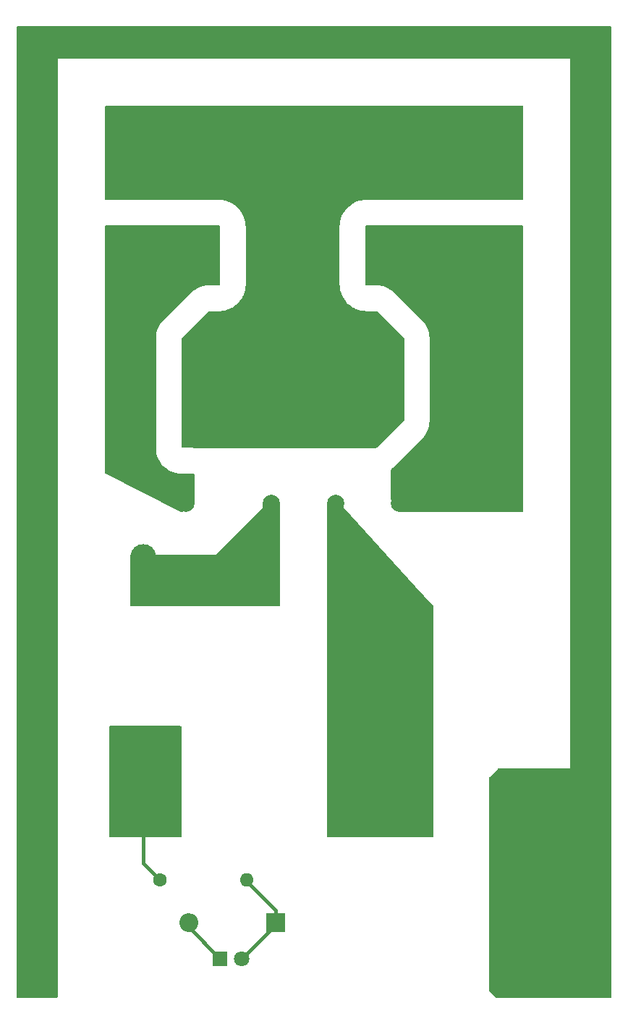
<source format=gtl>
G04 #@! TF.GenerationSoftware,KiCad,Pcbnew,6.0.11+dfsg-1*
G04 #@! TF.CreationDate,2023-07-14T21:47:45+01:00*
G04 #@! TF.ProjectId,bridge-rectifier,62726964-6765-42d7-9265-637469666965,rev?*
G04 #@! TF.SameCoordinates,Original*
G04 #@! TF.FileFunction,Copper,L1,Top*
G04 #@! TF.FilePolarity,Positive*
%FSLAX46Y46*%
G04 Gerber Fmt 4.6, Leading zero omitted, Abs format (unit mm)*
G04 Created by KiCad (PCBNEW 6.0.11+dfsg-1) date 2023-07-14 21:47:45*
%MOMM*%
%LPD*%
G01*
G04 APERTURE LIST*
G04 Aperture macros list*
%AMRoundRect*
0 Rectangle with rounded corners*
0 $1 Rounding radius*
0 $2 $3 $4 $5 $6 $7 $8 $9 X,Y pos of 4 corners*
0 Add a 4 corners polygon primitive as box body*
4,1,4,$2,$3,$4,$5,$6,$7,$8,$9,$2,$3,0*
0 Add four circle primitives for the rounded corners*
1,1,$1+$1,$2,$3*
1,1,$1+$1,$4,$5*
1,1,$1+$1,$6,$7*
1,1,$1+$1,$8,$9*
0 Add four rect primitives between the rounded corners*
20,1,$1+$1,$2,$3,$4,$5,0*
20,1,$1+$1,$4,$5,$6,$7,0*
20,1,$1+$1,$6,$7,$8,$9,0*
20,1,$1+$1,$8,$9,$2,$3,0*%
%AMOutline5P*
0 Free polygon, 5 corners , with rotation*
0 The origin of the aperture is its center*
0 number of corners: always 5*
0 $1 to $10 corner X, Y*
0 $11 Rotation angle, in degrees counterclockwise*
0 create outline with 5 corners*
4,1,5,$1,$2,$3,$4,$5,$6,$7,$8,$9,$10,$1,$2,$11*%
%AMOutline6P*
0 Free polygon, 6 corners , with rotation*
0 The origin of the aperture is its center*
0 number of corners: always 6*
0 $1 to $12 corner X, Y*
0 $13 Rotation angle, in degrees counterclockwise*
0 create outline with 6 corners*
4,1,6,$1,$2,$3,$4,$5,$6,$7,$8,$9,$10,$11,$12,$1,$2,$13*%
%AMOutline7P*
0 Free polygon, 7 corners , with rotation*
0 The origin of the aperture is its center*
0 number of corners: always 7*
0 $1 to $14 corner X, Y*
0 $15 Rotation angle, in degrees counterclockwise*
0 create outline with 7 corners*
4,1,7,$1,$2,$3,$4,$5,$6,$7,$8,$9,$10,$11,$12,$13,$14,$1,$2,$15*%
%AMOutline8P*
0 Free polygon, 8 corners , with rotation*
0 The origin of the aperture is its center*
0 number of corners: always 8*
0 $1 to $16 corner X, Y*
0 $17 Rotation angle, in degrees counterclockwise*
0 create outline with 8 corners*
4,1,8,$1,$2,$3,$4,$5,$6,$7,$8,$9,$10,$11,$12,$13,$14,$15,$16,$1,$2,$17*%
G04 Aperture macros list end*
G04 #@! TA.AperFunction,ComponentPad*
%ADD10RoundRect,0.250001X-1.099999X-1.099999X1.099999X-1.099999X1.099999X1.099999X-1.099999X1.099999X0*%
G04 #@! TD*
G04 #@! TA.AperFunction,ComponentPad*
%ADD11C,2.700000*%
G04 #@! TD*
G04 #@! TA.AperFunction,ComponentPad*
%ADD12R,1.800000X1.800000*%
G04 #@! TD*
G04 #@! TA.AperFunction,ComponentPad*
%ADD13C,1.800000*%
G04 #@! TD*
G04 #@! TA.AperFunction,ComponentPad*
%ADD14C,2.000000*%
G04 #@! TD*
G04 #@! TA.AperFunction,SMDPad,CuDef*
%ADD15Outline7P,-13.000000X4.800000X-9.800000X8.000000X9.800000X8.000000X13.000000X4.800000X13.000000X-4.800000X9.800000X-8.000000X-13.000000X-8.000000X0.000000*%
G04 #@! TD*
G04 #@! TA.AperFunction,ComponentPad*
%ADD16C,1.600000*%
G04 #@! TD*
G04 #@! TA.AperFunction,ComponentPad*
%ADD17O,1.600000X1.600000*%
G04 #@! TD*
G04 #@! TA.AperFunction,ComponentPad*
%ADD18C,3.000000*%
G04 #@! TD*
G04 #@! TA.AperFunction,ComponentPad*
%ADD19R,2.200000X2.200000*%
G04 #@! TD*
G04 #@! TA.AperFunction,ComponentPad*
%ADD20O,2.200000X2.200000*%
G04 #@! TD*
G04 #@! TA.AperFunction,ViaPad*
%ADD21C,0.800000*%
G04 #@! TD*
G04 #@! TA.AperFunction,Conductor*
%ADD22C,0.400000*%
G04 #@! TD*
G04 APERTURE END LIST*
D10*
X189342500Y-106000000D03*
D11*
X193302500Y-106000000D03*
D10*
X172742500Y-105950000D03*
D11*
X176702500Y-105950000D03*
D10*
X185142500Y-39250000D03*
D11*
X189102500Y-39250000D03*
D10*
X144942500Y-39250000D03*
D11*
X148902500Y-39250000D03*
D10*
X145242500Y-105950000D03*
D11*
X149202500Y-105950000D03*
D12*
X156000000Y-123200000D03*
D13*
X158540000Y-123200000D03*
D14*
X152000000Y-70000000D03*
X162000000Y-70000000D03*
X169500000Y-70000000D03*
X177000000Y-70000000D03*
D15*
X164500000Y-55500000D03*
D16*
X148920000Y-114000000D03*
D17*
X159080000Y-114000000D03*
D18*
X147000000Y-98750000D03*
X147000000Y-76250000D03*
D19*
X162480000Y-119000000D03*
D20*
X152320000Y-119000000D03*
D21*
X162000000Y-79000000D03*
X162000000Y-74000000D03*
X147000000Y-79000000D03*
X152000000Y-79000000D03*
X157000000Y-79000000D03*
X194500000Y-16000000D03*
X134500000Y-21000000D03*
X169500000Y-16000000D03*
X134500000Y-61000000D03*
X159500000Y-16000000D03*
X199500000Y-66000000D03*
X199500000Y-111000000D03*
X199500000Y-31000000D03*
X199500000Y-96000000D03*
X134500000Y-101000000D03*
X199500000Y-16000000D03*
X192000000Y-111000000D03*
X179500000Y-16000000D03*
X134500000Y-76000000D03*
X192000000Y-116000000D03*
X199500000Y-116000000D03*
X134500000Y-36000000D03*
X199500000Y-51000000D03*
X134500000Y-26000000D03*
X192000000Y-121000000D03*
X154500000Y-16000000D03*
X199500000Y-71000000D03*
X199500000Y-36000000D03*
X139500000Y-16000000D03*
X199500000Y-106000000D03*
X134500000Y-66000000D03*
X189500000Y-16000000D03*
X134500000Y-126000000D03*
X134500000Y-91000000D03*
X134500000Y-16000000D03*
X199500000Y-121000000D03*
X134500000Y-31000000D03*
X199500000Y-46000000D03*
X164500000Y-16000000D03*
X134500000Y-116000000D03*
X134500000Y-96000000D03*
X199500000Y-61000000D03*
X134500000Y-81000000D03*
X199500000Y-26000000D03*
X199500000Y-21000000D03*
X149500000Y-16000000D03*
X192000000Y-126000000D03*
X174500000Y-16000000D03*
X199500000Y-56000000D03*
X134500000Y-46000000D03*
X199500000Y-86000000D03*
X134500000Y-121000000D03*
X199500000Y-126000000D03*
X199500000Y-41000000D03*
X199500000Y-101000000D03*
X134500000Y-106000000D03*
X184500000Y-16000000D03*
X134500000Y-111000000D03*
X134500000Y-86000000D03*
X134500000Y-51000000D03*
X134500000Y-71000000D03*
X199500000Y-76000000D03*
X144500000Y-16000000D03*
X199500000Y-91000000D03*
X134500000Y-56000000D03*
X199500000Y-81000000D03*
X134500000Y-41000000D03*
X145500000Y-66000000D03*
X145500000Y-46000000D03*
X152000000Y-41000000D03*
X145500000Y-61000000D03*
X145500000Y-51000000D03*
X145500000Y-56000000D03*
X178000000Y-89000000D03*
X171000000Y-79000000D03*
X178000000Y-94000000D03*
X171000000Y-99000000D03*
X171000000Y-104000000D03*
X171000000Y-74000000D03*
X171000000Y-84000000D03*
X178000000Y-84000000D03*
X171000000Y-94000000D03*
X171000000Y-89000000D03*
X178000000Y-99000000D03*
X183500000Y-61000000D03*
X183500000Y-66000000D03*
X188500000Y-51000000D03*
X188500000Y-41000000D03*
X188500000Y-66000000D03*
X188500000Y-61000000D03*
X188500000Y-56000000D03*
X183500000Y-46000000D03*
X188500000Y-46000000D03*
X183500000Y-56000000D03*
X183500000Y-51000000D03*
X177300000Y-41000000D03*
X144800000Y-97000000D03*
X149300000Y-108000000D03*
X144800000Y-102500000D03*
X149300000Y-102500000D03*
X144800000Y-108000000D03*
X149300000Y-97000000D03*
X163000000Y-41000000D03*
X190000000Y-26500000D03*
X161000000Y-61500000D03*
X170000000Y-58000000D03*
X168000000Y-26500000D03*
X166000000Y-26500000D03*
X157000000Y-30500000D03*
X190000000Y-30500000D03*
X159000000Y-61500000D03*
X145000000Y-26500000D03*
X161000000Y-41000000D03*
X161000000Y-46500000D03*
X174000000Y-26500000D03*
X151000000Y-30500000D03*
X163000000Y-61500000D03*
X168000000Y-30500000D03*
X170000000Y-54000000D03*
X166000000Y-58000000D03*
X157000000Y-26500000D03*
X159000000Y-26500000D03*
X184000000Y-30500000D03*
X178000000Y-30500000D03*
X172000000Y-26500000D03*
X168000000Y-54000000D03*
X166000000Y-61500000D03*
X147000000Y-26500000D03*
X178000000Y-26500000D03*
X166000000Y-41000000D03*
X188000000Y-30500000D03*
X161000000Y-58000000D03*
X153000000Y-30500000D03*
X161000000Y-36000000D03*
X182000000Y-26500000D03*
X176000000Y-26500000D03*
X161000000Y-26500000D03*
X168000000Y-50000000D03*
X166000000Y-50000000D03*
X147000000Y-30500000D03*
X163000000Y-46500000D03*
X151000000Y-26500000D03*
X161000000Y-54000000D03*
X166000000Y-46500000D03*
X186000000Y-30500000D03*
X184000000Y-26500000D03*
X180000000Y-30500000D03*
X159000000Y-30500000D03*
X163000000Y-30500000D03*
X163000000Y-36000000D03*
X166000000Y-36000000D03*
X163000000Y-26500000D03*
X159000000Y-58000000D03*
X170000000Y-50000000D03*
X188000000Y-26500000D03*
X159000000Y-50000000D03*
X168000000Y-58000000D03*
X180000000Y-26500000D03*
X149000000Y-30500000D03*
X168000000Y-41000000D03*
X161000000Y-50000000D03*
X163000000Y-58000000D03*
X176000000Y-30500000D03*
X168000000Y-46500000D03*
X170000000Y-26500000D03*
X145000000Y-30500000D03*
X168000000Y-36000000D03*
X163000000Y-50000000D03*
X182000000Y-30500000D03*
X166000000Y-30500000D03*
X149000000Y-26500000D03*
X174000000Y-30500000D03*
X155000000Y-30500000D03*
X161000000Y-30500000D03*
X168000000Y-61500000D03*
X155000000Y-26500000D03*
X153000000Y-26500000D03*
X159000000Y-54000000D03*
X170000000Y-30500000D03*
X170000000Y-61500000D03*
X172000000Y-30500000D03*
X186000000Y-26500000D03*
D22*
X162480000Y-119260000D02*
X162480000Y-119000000D01*
X162480000Y-119000000D02*
X162480000Y-117560000D01*
X162480000Y-117560000D02*
X159000000Y-114080000D01*
X158540000Y-123200000D02*
X162480000Y-119260000D01*
X155955000Y-123080000D02*
X156000000Y-123125000D01*
X152320000Y-119520000D02*
X152320000Y-119000000D01*
X156000000Y-123200000D02*
X152320000Y-119520000D01*
X147000000Y-108400000D02*
X147100000Y-108300000D01*
X147000000Y-112080000D02*
X147000000Y-108400000D01*
X148920000Y-114000000D02*
X147000000Y-112080000D01*
G04 #@! TA.AperFunction,Conductor*
G36*
X197000000Y-127799500D02*
G01*
X188351690Y-127799500D01*
X188283569Y-127779498D01*
X188262595Y-127762595D01*
X187536905Y-127036905D01*
X187502879Y-126974593D01*
X187500000Y-126947810D01*
X187500000Y-102052190D01*
X187520002Y-101984069D01*
X187536905Y-101963095D01*
X188463095Y-101036905D01*
X188525407Y-101002879D01*
X188552190Y-101000000D01*
X197000000Y-101000000D01*
X197000000Y-127799500D01*
G37*
G04 #@! TD.AperFunction*
G04 #@! TA.AperFunction,Conductor*
G36*
X137000000Y-127673500D02*
G01*
X136979998Y-127741621D01*
X136926342Y-127788114D01*
X136874000Y-127799500D01*
X132326500Y-127799500D01*
X132258379Y-127779498D01*
X132211886Y-127725842D01*
X132200500Y-127673500D01*
X132200500Y-14326500D01*
X132220502Y-14258379D01*
X132274158Y-14211886D01*
X132326500Y-14200500D01*
X137000000Y-14200500D01*
X137000000Y-127673500D01*
G37*
G04 #@! TD.AperFunction*
G04 #@! TA.AperFunction,Conductor*
G36*
X201741621Y-14220502D02*
G01*
X201788114Y-14274158D01*
X201799500Y-14326500D01*
X201799500Y-127673500D01*
X201779498Y-127741621D01*
X201725842Y-127788114D01*
X201673500Y-127799500D01*
X197000000Y-127799500D01*
X197000000Y-14200500D01*
X201673500Y-14200500D01*
X201741621Y-14220502D01*
G37*
G04 #@! TD.AperFunction*
G04 #@! TA.AperFunction,Conductor*
G36*
X197000000Y-18000000D02*
G01*
X137000000Y-18000000D01*
X137000000Y-14200500D01*
X197000000Y-14200500D01*
X197000000Y-18000000D01*
G37*
G04 #@! TD.AperFunction*
G04 #@! TA.AperFunction,Conductor*
G36*
X162942121Y-70020002D02*
G01*
X162988614Y-70073658D01*
X163000000Y-70126000D01*
X163000000Y-81874000D01*
X162979998Y-81942121D01*
X162926342Y-81988614D01*
X162874000Y-82000000D01*
X145626000Y-82000000D01*
X145557879Y-81979998D01*
X145511386Y-81926342D01*
X145500000Y-81874000D01*
X145500000Y-76067433D01*
X145520002Y-75999312D01*
X145556108Y-75962595D01*
X146930108Y-75046595D01*
X146997883Y-75025451D01*
X147069892Y-75046595D01*
X148484477Y-75989652D01*
X148484479Y-75989653D01*
X148500000Y-76000000D01*
X155500000Y-76000000D01*
X161000000Y-70500000D01*
X161000000Y-70126000D01*
X161020002Y-70057879D01*
X161073658Y-70011386D01*
X161126000Y-70000000D01*
X162874000Y-70000000D01*
X162942121Y-70020002D01*
G37*
G04 #@! TD.AperFunction*
G04 #@! TA.AperFunction,Conductor*
G36*
X155942121Y-37520002D02*
G01*
X155988614Y-37573658D01*
X156000000Y-37626000D01*
X156000000Y-44373499D01*
X155979998Y-44441620D01*
X155926342Y-44488113D01*
X155874000Y-44499499D01*
X154601315Y-44499499D01*
X154599620Y-44499591D01*
X154599607Y-44499591D01*
X154384083Y-44511244D01*
X154384075Y-44511245D01*
X154380614Y-44511432D01*
X154377193Y-44511998D01*
X154377187Y-44511999D01*
X154042807Y-44567355D01*
X154042801Y-44567356D01*
X154039233Y-44567947D01*
X154035758Y-44568943D01*
X154035751Y-44568945D01*
X153718639Y-44659876D01*
X153706611Y-44663325D01*
X153387155Y-44796302D01*
X153270061Y-44861744D01*
X153088275Y-44963340D01*
X153088268Y-44963344D01*
X153085100Y-44965115D01*
X153082158Y-44967237D01*
X153082153Y-44967240D01*
X152880764Y-45112486D01*
X152804450Y-45167526D01*
X152648107Y-45308545D01*
X149308550Y-48648102D01*
X149160924Y-48812604D01*
X149158906Y-48815423D01*
X149158901Y-48815429D01*
X148965836Y-49085100D01*
X148959494Y-49093959D01*
X148791736Y-49396601D01*
X148659876Y-49716519D01*
X148565659Y-50049472D01*
X148510336Y-50391048D01*
X148499500Y-50601324D01*
X148499500Y-63607826D01*
X148507754Y-63782851D01*
X148560094Y-64124896D01*
X148651401Y-64458659D01*
X148780465Y-64779716D01*
X148782193Y-64782898D01*
X148782196Y-64782905D01*
X148943839Y-65080614D01*
X148943845Y-65080623D01*
X148945575Y-65083810D01*
X149144543Y-65366912D01*
X149374730Y-65625270D01*
X149633088Y-65855457D01*
X149636049Y-65857538D01*
X149636054Y-65857542D01*
X149888387Y-66034885D01*
X149916190Y-66054425D01*
X149919377Y-66056155D01*
X149919386Y-66056161D01*
X150217095Y-66217804D01*
X150217102Y-66217807D01*
X150220284Y-66219535D01*
X150541341Y-66348599D01*
X150544838Y-66349556D01*
X150544845Y-66349558D01*
X150756027Y-66407330D01*
X150875104Y-66439906D01*
X150878695Y-66440455D01*
X150878702Y-66440457D01*
X151160849Y-66483631D01*
X151217149Y-66492246D01*
X151220442Y-66492401D01*
X151220449Y-66492402D01*
X151390686Y-66500430D01*
X151390693Y-66500430D01*
X151392174Y-66500500D01*
X152874000Y-66500500D01*
X152942121Y-66520502D01*
X152988614Y-66574158D01*
X153000000Y-66626500D01*
X153000000Y-69932567D01*
X152979998Y-70000688D01*
X152943892Y-70037405D01*
X151560840Y-70959440D01*
X151493065Y-70980584D01*
X151434601Y-70967300D01*
X142569650Y-66534825D01*
X142517667Y-66486471D01*
X142500000Y-66422128D01*
X142500000Y-37626000D01*
X142520002Y-37557879D01*
X142573658Y-37511386D01*
X142626000Y-37500000D01*
X155874000Y-37500000D01*
X155942121Y-37520002D01*
G37*
G04 #@! TD.AperFunction*
G04 #@! TA.AperFunction,Conductor*
G36*
X151442121Y-96020002D02*
G01*
X151488614Y-96073658D01*
X151500000Y-96126000D01*
X151500000Y-108874000D01*
X151479998Y-108942121D01*
X151426342Y-108988614D01*
X151374000Y-109000000D01*
X143126000Y-109000000D01*
X143057879Y-108979998D01*
X143011386Y-108926342D01*
X143000000Y-108874000D01*
X143000000Y-96126000D01*
X143020002Y-96057879D01*
X143073658Y-96011386D01*
X143126000Y-96000000D01*
X151374000Y-96000000D01*
X151442121Y-96020002D01*
G37*
G04 #@! TD.AperFunction*
G04 #@! TA.AperFunction,Conductor*
G36*
X191442121Y-37520002D02*
G01*
X191488614Y-37573658D01*
X191500000Y-37626000D01*
X191500000Y-70874000D01*
X191479998Y-70942121D01*
X191426342Y-70988614D01*
X191374000Y-71000000D01*
X177067433Y-71000000D01*
X176999312Y-70979998D01*
X176962595Y-70943892D01*
X176021162Y-69531743D01*
X176000000Y-69461851D01*
X176000000Y-66037987D01*
X176020002Y-65969866D01*
X176052295Y-65935793D01*
X176192767Y-65834481D01*
X176195550Y-65832474D01*
X176351893Y-65691455D01*
X179691450Y-62351898D01*
X179839076Y-62187396D01*
X179841094Y-62184577D01*
X179841099Y-62184571D01*
X180038395Y-61908990D01*
X180038397Y-61908987D01*
X180040506Y-61906041D01*
X180208264Y-61603399D01*
X180340124Y-61283481D01*
X180434341Y-60950528D01*
X180489664Y-60608952D01*
X180500500Y-60398676D01*
X180500501Y-50601315D01*
X180500409Y-50599607D01*
X180488756Y-50384083D01*
X180488755Y-50384075D01*
X180488568Y-50380614D01*
X180432053Y-50039233D01*
X180336675Y-49706611D01*
X180203698Y-49387155D01*
X180138256Y-49270061D01*
X180036660Y-49088275D01*
X180036656Y-49088268D01*
X180034885Y-49085100D01*
X179832474Y-48804450D01*
X179691455Y-48648107D01*
X176351898Y-45308550D01*
X176187396Y-45160924D01*
X176184577Y-45158906D01*
X176184571Y-45158901D01*
X175908990Y-44961605D01*
X175908987Y-44961603D01*
X175906041Y-44959494D01*
X175603399Y-44791736D01*
X175283481Y-44659876D01*
X175279985Y-44658887D01*
X175279983Y-44658886D01*
X175117005Y-44612768D01*
X174950528Y-44565659D01*
X174608952Y-44510336D01*
X174605530Y-44510160D01*
X174605524Y-44510159D01*
X174400288Y-44499583D01*
X174400285Y-44499583D01*
X174398676Y-44499500D01*
X173126000Y-44499500D01*
X173057879Y-44479498D01*
X173011386Y-44425842D01*
X173000000Y-44373500D01*
X173000000Y-37626000D01*
X173020002Y-37557879D01*
X173073658Y-37511386D01*
X173126000Y-37500000D01*
X191374000Y-37500000D01*
X191442121Y-37520002D01*
G37*
G04 #@! TD.AperFunction*
G04 #@! TA.AperFunction,Conductor*
G36*
X191442121Y-23520002D02*
G01*
X191488614Y-23573658D01*
X191500000Y-23626000D01*
X191500000Y-34368500D01*
X191479998Y-34436621D01*
X191426342Y-34483114D01*
X191374000Y-34494500D01*
X173126000Y-34494500D01*
X173124476Y-34494575D01*
X173124460Y-34494575D01*
X172942091Y-34503504D01*
X172832415Y-34508873D01*
X172487151Y-34563182D01*
X172434809Y-34574568D01*
X172434373Y-34574671D01*
X172434332Y-34574680D01*
X172373472Y-34589019D01*
X172334235Y-34598263D01*
X172001042Y-34703802D01*
X171682354Y-34847309D01*
X171679214Y-34849189D01*
X171679212Y-34849190D01*
X171575551Y-34911252D01*
X171382481Y-35026843D01*
X171379578Y-35029076D01*
X171379576Y-35029078D01*
X171106939Y-35238853D01*
X171106926Y-35238864D01*
X171105479Y-35239977D01*
X171083181Y-35259298D01*
X171053095Y-35285367D01*
X171053078Y-35285383D01*
X171051823Y-35286470D01*
X171050620Y-35287630D01*
X171050605Y-35287643D01*
X170908590Y-35424496D01*
X170822999Y-35506975D01*
X170820772Y-35509658D01*
X170820769Y-35509661D01*
X170742382Y-35604089D01*
X170599759Y-35775898D01*
X170409249Y-36068921D01*
X170254044Y-36382078D01*
X170136244Y-36711137D01*
X170116242Y-36779258D01*
X170116047Y-36779993D01*
X170116041Y-36780015D01*
X170083786Y-36901682D01*
X170075514Y-36932884D01*
X170014822Y-37277083D01*
X169994500Y-37626000D01*
X169994500Y-44373500D01*
X169994575Y-44375024D01*
X169994575Y-44375040D01*
X170003504Y-44557409D01*
X170008873Y-44667085D01*
X170063182Y-45012349D01*
X170074568Y-45064691D01*
X170098263Y-45165265D01*
X170203802Y-45498458D01*
X170347309Y-45817146D01*
X170526843Y-46117019D01*
X170529076Y-46119922D01*
X170529078Y-46119924D01*
X170738853Y-46392561D01*
X170738864Y-46392574D01*
X170739977Y-46394021D01*
X170759298Y-46416319D01*
X170785367Y-46446405D01*
X170785383Y-46446422D01*
X170786470Y-46447677D01*
X170787630Y-46448880D01*
X170787643Y-46448895D01*
X170832025Y-46494951D01*
X171006975Y-46676501D01*
X171009658Y-46678728D01*
X171009661Y-46678731D01*
X171106985Y-46759522D01*
X171275898Y-46899741D01*
X171568921Y-47090251D01*
X171572207Y-47091880D01*
X171572213Y-47091883D01*
X171690100Y-47150309D01*
X171882078Y-47245456D01*
X172211137Y-47363256D01*
X172212888Y-47363770D01*
X172278484Y-47383031D01*
X172278503Y-47383036D01*
X172279258Y-47383258D01*
X172279993Y-47383453D01*
X172280015Y-47383459D01*
X172401682Y-47415714D01*
X172432884Y-47423986D01*
X172777083Y-47484678D01*
X172780736Y-47484891D01*
X172780738Y-47484891D01*
X172896056Y-47491607D01*
X173126000Y-47505000D01*
X174245740Y-47505000D01*
X174313861Y-47525002D01*
X174334835Y-47541905D01*
X177458096Y-50665166D01*
X177492122Y-50727478D01*
X177495001Y-50754261D01*
X177495000Y-60245740D01*
X177474998Y-60313861D01*
X177458095Y-60334835D01*
X174329835Y-63463095D01*
X174267523Y-63497121D01*
X174240740Y-63500000D01*
X152963516Y-63500000D01*
X152956190Y-63499787D01*
X152874000Y-63495000D01*
X151631000Y-63495000D01*
X151562879Y-63474998D01*
X151516386Y-63421342D01*
X151505000Y-63369000D01*
X151505000Y-54485572D01*
X161744511Y-54485572D01*
X161762735Y-54816712D01*
X161820608Y-55143265D01*
X161821713Y-55146890D01*
X161821714Y-55146895D01*
X161897475Y-55395471D01*
X161917294Y-55460500D01*
X162051391Y-55763821D01*
X162053332Y-55767083D01*
X162219017Y-56045576D01*
X162219021Y-56045582D01*
X162220957Y-56048836D01*
X162423536Y-56311415D01*
X162656193Y-56547756D01*
X162915558Y-56754434D01*
X163197874Y-56928455D01*
X163201321Y-56930044D01*
X163495607Y-57065713D01*
X163495617Y-57065717D01*
X163499051Y-57067300D01*
X163502651Y-57068459D01*
X163502658Y-57068462D01*
X163811119Y-57167795D01*
X163811122Y-57167796D01*
X163814728Y-57168957D01*
X163818444Y-57169676D01*
X163818452Y-57169678D01*
X164136613Y-57231234D01*
X164136622Y-57231235D01*
X164140332Y-57231953D01*
X164144108Y-57232220D01*
X164144113Y-57232221D01*
X164242748Y-57239205D01*
X164402279Y-57250500D01*
X164583386Y-57250500D01*
X164585252Y-57250388D01*
X164585269Y-57250387D01*
X164827262Y-57235798D01*
X164827266Y-57235798D01*
X164831040Y-57235570D01*
X164834762Y-57234890D01*
X164834764Y-57234890D01*
X164908632Y-57221399D01*
X165157285Y-57175987D01*
X165474009Y-57077641D01*
X165776625Y-56941958D01*
X166060748Y-56770902D01*
X166063732Y-56768575D01*
X166063739Y-56768570D01*
X166319268Y-56569287D01*
X166319270Y-56569285D01*
X166322263Y-56566951D01*
X166557382Y-56333060D01*
X166762699Y-56072617D01*
X166935240Y-55789393D01*
X166990021Y-55668909D01*
X167070937Y-55490945D01*
X167070940Y-55490937D01*
X167072506Y-55487493D01*
X167172509Y-55171288D01*
X167233799Y-54845359D01*
X167255489Y-54514428D01*
X167237265Y-54183288D01*
X167179392Y-53856735D01*
X167170852Y-53828712D01*
X167083815Y-53543139D01*
X167082706Y-53539500D01*
X166948609Y-53236179D01*
X166883004Y-53125907D01*
X166780983Y-52954424D01*
X166780979Y-52954418D01*
X166779043Y-52951164D01*
X166576464Y-52688585D01*
X166343807Y-52452244D01*
X166084442Y-52245566D01*
X165802126Y-52071545D01*
X165764174Y-52054049D01*
X165504393Y-51934287D01*
X165504383Y-51934283D01*
X165500949Y-51932700D01*
X165497349Y-51931541D01*
X165497342Y-51931538D01*
X165188881Y-51832205D01*
X165188878Y-51832204D01*
X165185272Y-51831043D01*
X165181556Y-51830324D01*
X165181548Y-51830322D01*
X164863387Y-51768766D01*
X164863378Y-51768765D01*
X164859668Y-51768047D01*
X164855892Y-51767780D01*
X164855887Y-51767779D01*
X164757252Y-51760795D01*
X164597721Y-51749500D01*
X164416614Y-51749500D01*
X164414748Y-51749612D01*
X164414731Y-51749613D01*
X164172738Y-51764202D01*
X164172734Y-51764202D01*
X164168960Y-51764430D01*
X164165238Y-51765110D01*
X164165236Y-51765110D01*
X164149155Y-51768047D01*
X163842715Y-51824013D01*
X163525991Y-51922359D01*
X163223375Y-52058042D01*
X162939252Y-52229098D01*
X162936268Y-52231425D01*
X162936261Y-52231430D01*
X162915103Y-52247931D01*
X162677737Y-52433049D01*
X162442618Y-52666940D01*
X162237301Y-52927383D01*
X162064760Y-53210607D01*
X162053133Y-53236179D01*
X161929063Y-53509055D01*
X161929060Y-53509063D01*
X161927494Y-53512507D01*
X161827491Y-53828712D01*
X161766201Y-54154641D01*
X161744511Y-54485572D01*
X151505000Y-54485572D01*
X151505000Y-50754260D01*
X151525002Y-50686139D01*
X151541905Y-50665165D01*
X154665166Y-47541904D01*
X154727478Y-47507878D01*
X154754261Y-47504999D01*
X155874000Y-47504999D01*
X155875524Y-47504924D01*
X155875540Y-47504924D01*
X156057909Y-47495995D01*
X156167585Y-47490626D01*
X156512849Y-47436317D01*
X156565191Y-47424931D01*
X156565627Y-47424828D01*
X156565668Y-47424819D01*
X156626528Y-47410480D01*
X156665765Y-47401236D01*
X156998958Y-47295697D01*
X157317646Y-47152190D01*
X157424448Y-47088248D01*
X157614374Y-46974539D01*
X157614375Y-46974538D01*
X157617519Y-46972656D01*
X157620424Y-46970421D01*
X157893061Y-46760646D01*
X157893074Y-46760635D01*
X157894521Y-46759522D01*
X157916819Y-46740201D01*
X157946905Y-46714132D01*
X157946922Y-46714116D01*
X157948177Y-46713029D01*
X157949380Y-46711869D01*
X157949395Y-46711856D01*
X158174482Y-46494951D01*
X158177001Y-46492524D01*
X158400241Y-46223601D01*
X158590751Y-45930578D01*
X158646970Y-45817146D01*
X158744325Y-45620711D01*
X158745956Y-45617421D01*
X158863756Y-45288362D01*
X158883758Y-45220241D01*
X158924486Y-45066615D01*
X158985178Y-44722416D01*
X159005500Y-44373499D01*
X159005500Y-37626000D01*
X159005411Y-37624167D01*
X158991292Y-37335790D01*
X158991127Y-37332415D01*
X158936818Y-36987151D01*
X158925432Y-36934809D01*
X158924979Y-36932884D01*
X158902281Y-36836545D01*
X158901737Y-36834235D01*
X158796198Y-36501042D01*
X158652691Y-36182354D01*
X158473157Y-35882481D01*
X158388980Y-35773079D01*
X158261147Y-35606939D01*
X158261136Y-35606926D01*
X158260023Y-35605479D01*
X158240702Y-35583181D01*
X158214633Y-35553095D01*
X158214617Y-35553078D01*
X158213530Y-35551823D01*
X158212370Y-35550620D01*
X158212357Y-35550605D01*
X157995452Y-35325518D01*
X157993025Y-35322999D01*
X157894466Y-35241182D01*
X157726921Y-35102099D01*
X157726920Y-35102098D01*
X157724102Y-35099759D01*
X157431079Y-34909249D01*
X157427793Y-34907620D01*
X157427787Y-34907617D01*
X157272951Y-34830879D01*
X157117922Y-34754044D01*
X156788863Y-34636244D01*
X156764820Y-34629184D01*
X156721516Y-34616469D01*
X156721497Y-34616464D01*
X156720742Y-34616242D01*
X156720007Y-34616047D01*
X156719985Y-34616041D01*
X156569692Y-34576197D01*
X156569694Y-34576197D01*
X156567116Y-34575514D01*
X156222917Y-34514822D01*
X156219264Y-34514609D01*
X156219262Y-34514609D01*
X156103944Y-34507893D01*
X155874000Y-34494500D01*
X142626000Y-34494500D01*
X142557879Y-34474498D01*
X142511386Y-34420842D01*
X142500000Y-34368500D01*
X142500000Y-23626000D01*
X142520002Y-23557879D01*
X142573658Y-23511386D01*
X142626000Y-23500000D01*
X191374000Y-23500000D01*
X191442121Y-23520002D01*
G37*
G04 #@! TD.AperFunction*
G04 #@! TA.AperFunction,Conductor*
G36*
X170442121Y-70020002D02*
G01*
X170488614Y-70073658D01*
X170500000Y-70126000D01*
X170500000Y-70500000D01*
X178875207Y-79672846D01*
X180967049Y-81963911D01*
X180998210Y-82027704D01*
X181000000Y-82048869D01*
X181000000Y-108874000D01*
X180979998Y-108942121D01*
X180926342Y-108988614D01*
X180874000Y-109000000D01*
X168626000Y-109000000D01*
X168557879Y-108979998D01*
X168511386Y-108926342D01*
X168500000Y-108874000D01*
X168500000Y-70126000D01*
X168520002Y-70057879D01*
X168573658Y-70011386D01*
X168626000Y-70000000D01*
X170374000Y-70000000D01*
X170442121Y-70020002D01*
G37*
G04 #@! TD.AperFunction*
M02*

</source>
